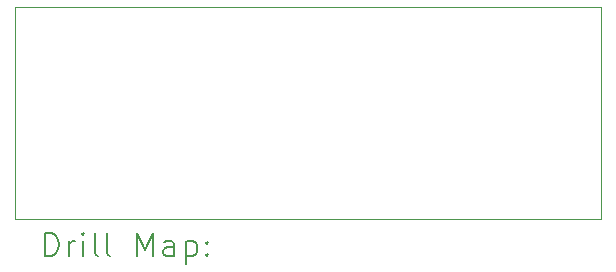
<source format=gbr>
%FSLAX45Y45*%
G04 Gerber Fmt 4.5, Leading zero omitted, Abs format (unit mm)*
G04 Created by KiCad (PCBNEW (5.99.0-10682-g4bb4606811)) date 2021-06-09 14:52:51*
%MOMM*%
%LPD*%
G01*
G04 APERTURE LIST*
%TA.AperFunction,Profile*%
%ADD10C,0.100000*%
%TD*%
%ADD11C,0.200000*%
G04 APERTURE END LIST*
D10*
X12830000Y-5900000D02*
X12830000Y-7700000D01*
X12830000Y-7700000D02*
X17790000Y-7700000D01*
X17790000Y-5900000D02*
X17790000Y-7700000D01*
X17790000Y-5900000D02*
X12830000Y-5900000D01*
D11*
X13082619Y-8015476D02*
X13082619Y-7815476D01*
X13130238Y-7815476D01*
X13158809Y-7825000D01*
X13177857Y-7844048D01*
X13187381Y-7863095D01*
X13196905Y-7901190D01*
X13196905Y-7929762D01*
X13187381Y-7967857D01*
X13177857Y-7986905D01*
X13158809Y-8005952D01*
X13130238Y-8015476D01*
X13082619Y-8015476D01*
X13282619Y-8015476D02*
X13282619Y-7882143D01*
X13282619Y-7920238D02*
X13292143Y-7901190D01*
X13301667Y-7891667D01*
X13320714Y-7882143D01*
X13339762Y-7882143D01*
X13406428Y-8015476D02*
X13406428Y-7882143D01*
X13406428Y-7815476D02*
X13396905Y-7825000D01*
X13406428Y-7834524D01*
X13415952Y-7825000D01*
X13406428Y-7815476D01*
X13406428Y-7834524D01*
X13530238Y-8015476D02*
X13511190Y-8005952D01*
X13501667Y-7986905D01*
X13501667Y-7815476D01*
X13635000Y-8015476D02*
X13615952Y-8005952D01*
X13606428Y-7986905D01*
X13606428Y-7815476D01*
X13863571Y-8015476D02*
X13863571Y-7815476D01*
X13930238Y-7958333D01*
X13996905Y-7815476D01*
X13996905Y-8015476D01*
X14177857Y-8015476D02*
X14177857Y-7910714D01*
X14168333Y-7891667D01*
X14149286Y-7882143D01*
X14111190Y-7882143D01*
X14092143Y-7891667D01*
X14177857Y-8005952D02*
X14158809Y-8015476D01*
X14111190Y-8015476D01*
X14092143Y-8005952D01*
X14082619Y-7986905D01*
X14082619Y-7967857D01*
X14092143Y-7948809D01*
X14111190Y-7939286D01*
X14158809Y-7939286D01*
X14177857Y-7929762D01*
X14273095Y-7882143D02*
X14273095Y-8082143D01*
X14273095Y-7891667D02*
X14292143Y-7882143D01*
X14330238Y-7882143D01*
X14349286Y-7891667D01*
X14358809Y-7901190D01*
X14368333Y-7920238D01*
X14368333Y-7977381D01*
X14358809Y-7996428D01*
X14349286Y-8005952D01*
X14330238Y-8015476D01*
X14292143Y-8015476D01*
X14273095Y-8005952D01*
X14454048Y-7996428D02*
X14463571Y-8005952D01*
X14454048Y-8015476D01*
X14444524Y-8005952D01*
X14454048Y-7996428D01*
X14454048Y-8015476D01*
X14454048Y-7891667D02*
X14463571Y-7901190D01*
X14454048Y-7910714D01*
X14444524Y-7901190D01*
X14454048Y-7891667D01*
X14454048Y-7910714D01*
M02*

</source>
